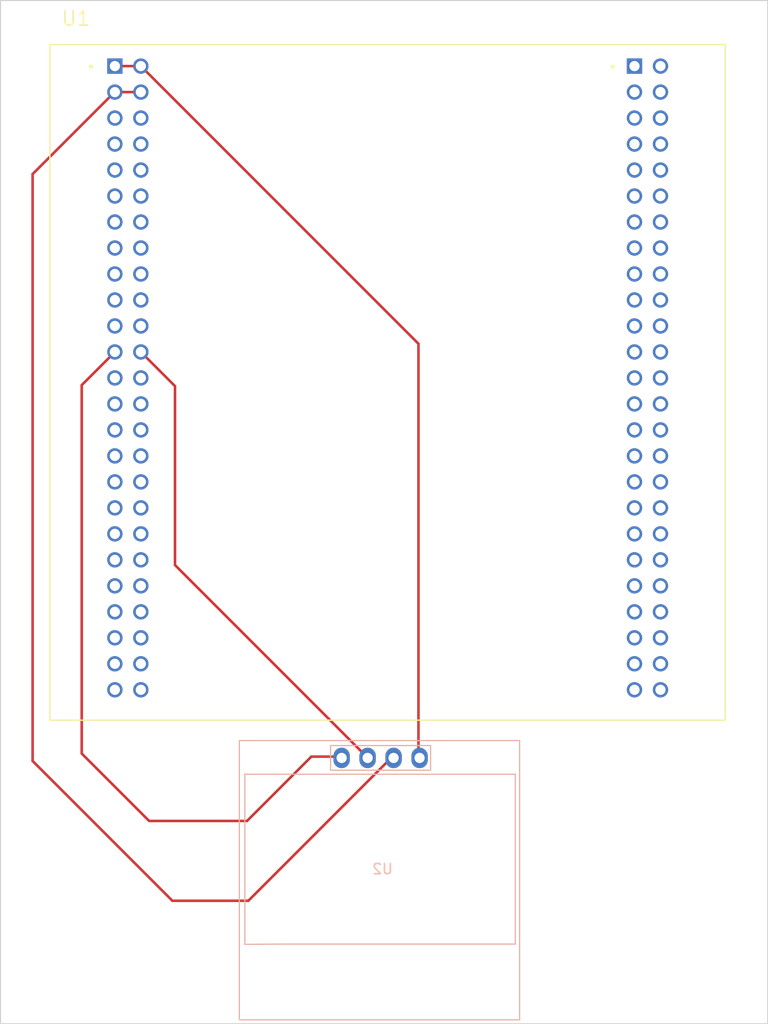
<source format=kicad_pcb>
(kicad_pcb (version 20221018) (generator pcbnew)
  (layers (0 "F.Cu" signal) (31 "B.Cu" signal) (34 "B.Paste" user) (35 "F.Paste" user) (36 "B.SilkS" user "B.Silkscreen") (37 "F.SilkS" user "F.Silkscreen") (38 "B.Mask" user) (39 "F.Mask" user) (44 "Edge.Cuts" user))
  (net 0 "")
  (net 1 "SCL")
  (net 2 "SDA")
  (net 3 "GND")
  (net 4 "+5V")
  (footprint "STM32F429I-DISC1:MODULE_STM32F429I-DISC1" (layer "F.Cu") (at 227.9 74.43)
    (fp_text reference "U1" (at -30.48 -30.48) (layer "F.SilkS") (effects (font (size 1.4 1.4))))
    (fp_text value "STM32F407VGTx")
    (fp_line (start -33.02 -27.94) (end -33.02 38.1) (stroke (width 0.127)) (layer "F.SilkS"))
    (fp_line (start -33.02 38.1) (end 32.98 38.1) (stroke (width 0.127)) (layer "F.SilkS"))
    (fp_line (start 33 -27.94) (end -33.02 -27.94) (stroke (width 0.127)) (layer "F.SilkS"))
    (fp_line (start 33 38.1) (end 33 -27.94) (stroke (width 0.127)) (layer "F.SilkS"))
    (fp_circle (center -29 -25.77) (end -28.9 -25.77) (stroke (width 0.2)) (fill none) (layer "F.SilkS"))
    (fp_circle (center 22 -25.77) (end 22.1 -25.77) (stroke (width 0.2)) (fill none) (layer "F.SilkS"))
    (pad "P1_1" thru_hole rect (at -26.67 -25.83) (size 1.5 1.5) (drill 1) (layers "*.Cu" "*.Mask") (net 4 "+5V"))
    (pad "P1_2" thru_hole circle (at -24.13 -25.83) (size 1.5 1.5) (drill 1) (layers "*.Cu" "*.Mask") (net 4 "+5V"))
    (pad "P1_3" thru_hole circle (at -26.67 -23.29) (size 1.5 1.5) (drill 1) (layers "*.Cu" "*.Mask") (net 3 "GND"))
    (pad "P1_4" thru_hole circle (at -24.13 -23.29) (size 1.5 1.5) (drill 1) (layers "*.Cu" "*.Mask") (net 3 "GND"))
    (pad "P1_5" thru_hole circle (at -26.67 -20.75) (size 1.5 1.5) (drill 1) (layers "*.Cu" "*.Mask"))
    (pad "P1_6" thru_hole circle (at -24.13 -20.75) (size 1.5 1.5) (drill 1) (layers "*.Cu" "*.Mask"))
    (pad "P1_7" thru_hole circle (at -26.67 -18.21) (size 1.5 1.5) (drill 1) (layers "*.Cu" "*.Mask"))
    (pad "P1_8" thru_hole circle (at -24.13 -18.21) (size 1.5 1.5) (drill 1) (layers "*.Cu" "*.Mask"))
    (pad "P1_9" thru_hole circle (at -26.67 -15.67) (size 1.5 1.5) (drill 1) (layers "*.Cu" "*.Mask"))
    (pad "P1_10" thru_hole circle (at -24.13 -15.67) (size 1.5 1.5) (drill 1) (layers "*.Cu" "*.Mask"))
    (pad "P1_11" thru_hole circle (at -26.67 -13.13) (size 1.5 1.5) (drill 1) (layers "*.Cu" "*.Mask"))
    (pad "P1_12" thru_hole circle (at -24.13 -13.13) (size 1.5 1.5) (drill 1) (layers "*.Cu" "*.Mask"))
    (pad "P1_13" thru_hole circle (at -26.67 -10.59) (size 1.5 1.5) (drill 1) (layers "*.Cu" "*.Mask"))
    (pad "P1_14" thru_hole circle (at -24.13 -10.59) (size 1.5 1.5) (drill 1) (layers "*.Cu" "*.Mask"))
    (pad "P1_15" thru_hole circle (at -26.67 -8.05) (size 1.5 1.5) (drill 1) (layers "*.Cu" "*.Mask"))
    (pad "P1_16" thru_hole circle (at -24.13 -8.05) (size 1.5 1.5) (drill 1) (layers "*.Cu" "*.Mask"))
    (pad "P1_17" thru_hole circle (at -26.67 -5.51) (size 1.5 1.5) (drill 1) (layers "*.Cu" "*.Mask"))
    (pad "P1_18" thru_hole circle (at -24.13 -5.51) (size 1.5 1.5) (drill 1) (layers "*.Cu" "*.Mask"))
    (pad "P1_19" thru_hole circle (at -26.67 -2.97) (size 1.5 1.5) (drill 1) (layers "*.Cu" "*.Mask"))
    (pad "P1_20" thru_hole circle (at -24.13 -2.97) (size 1.5 1.5) (drill 1) (layers "*.Cu" "*.Mask"))
    (pad "P1_21" thru_hole circle (at -24.13 -0.43) (size 1.5 1.5) (drill 1) (layers "*.Cu" "*.Mask"))
    (pad "P1_22" thru_hole circle (at -26.67 -0.43) (size 1.5 1.5) (drill 1) (layers "*.Cu" "*.Mask"))
    (pad "P1_23" thru_hole circle (at -24.13 2.11) (size 1.5 1.5) (drill 1) (layers "*.Cu" "*.Mask") (net 1 "SCL"))
    (pad "P1_24" thru_hole circle (at -26.67 2.11) (size 1.5 1.5) (drill 1) (layers "*.Cu" "*.Mask") (net 2 "SDA"))
    (pad "P1_25" thru_hole circle (at -26.67 4.65) (size 1.5 1.5) (drill 1) (layers "*.Cu" "*.Mask"))
    (pad "P1_26" thru_hole circle (at -24.13 4.65) (size 1.5 1.5) (drill 1) (layers "*.Cu" "*.Mask"))
    (pad "P1_27" thru_hole circle (at -26.67 7.19) (size 1.5 1.5) (drill 1) (layers "*.Cu" "*.Mask"))
    (pad "P1_28" thru_hole circle (at -24.13 7.19) (size 1.5 1.5) (drill 1) (layers "*.Cu" "*.Mask"))
    (pad "P1_29" thru_hole circle (at -26.67 9.73) (size 1.5 1.5) (drill 1) (layers "*.Cu" "*.Mask"))
    (pad "P1_30" thru_hole circle (at -24.13 9.73) (size 1.5 1.5) (drill 1) (layers "*.Cu" "*.Mask"))
    (pad "P1_31" thru_hole circle (at -26.67 12.27) (size 1.5 1.5) (drill 1) (layers "*.Cu" "*.Mask"))
    (pad "P1_32" thru_hole circle (at -24.13 12.27) (size 1.5 1.5) (drill 1) (layers "*.Cu" "*.Mask"))
    (pad "P1_33" thru_hole circle (at -26.67 14.81) (size 1.5 1.5) (drill 1) (layers "*.Cu" "*.Mask"))
    (pad "P1_34" thru_hole circle (at -24.13 14.81) (size 1.5 1.5) (drill 1) (layers "*.Cu" "*.Mask"))
    (pad "P1_35" thru_hole circle (at -26.67 17.35) (size 1.5 1.5) (drill 1) (layers "*.Cu" "*.Mask"))
    (pad "P1_36" thru_hole circle (at -24.13 17.35) (size 1.5 1.5) (drill 1) (layers "*.Cu" "*.Mask"))
    (pad "P1_37" thru_hole circle (at -26.67 19.89) (size 1.5 1.5) (drill 1) (layers "*.Cu" "*.Mask"))
    (pad "P1_38" thru_hole circle (at -24.13 19.89) (size 1.5 1.5) (drill 1) (layers "*.Cu" "*.Mask"))
    (pad "P1_39" thru_hole circle (at -26.67 22.43) (size 1.5 1.5) (drill 1) (layers "*.Cu" "*.Mask"))
    (pad "P1_40" thru_hole circle (at -24.13 22.43) (size 1.5 1.5) (drill 1) (layers "*.Cu" "*.Mask"))
    (pad "P1_41" thru_hole circle (at -26.67 24.97) (size 1.5 1.5) (drill 1) (layers "*.Cu" "*.Mask"))
    (pad "P1_42" thru_hole circle (at -24.13 24.97) (size 1.5 1.5) (drill 1) (layers "*.Cu" "*.Mask"))
    (pad "P1_43" thru_hole circle (at -26.67 27.51) (size 1.5 1.5) (drill 1) (layers "*.Cu" "*.Mask"))
    (pad "P1_44" thru_hole circle (at -24.13 27.51) (size 1.5 1.5) (drill 1) (layers "*.Cu" "*.Mask"))
    (pad "P1_45" thru_hole circle (at -26.67 30.05) (size 1.5 1.5) (drill 1) (layers "*.Cu" "*.Mask"))
    (pad "P1_46" thru_hole circle (at -24.13 30.05) (size 1.5 1.5) (drill 1) (layers "*.Cu" "*.Mask"))
    (pad "P1_47" thru_hole circle (at -26.67 32.59) (size 1.5 1.5) (drill 1) (layers "*.Cu" "*.Mask"))
    (pad "P1_48" thru_hole circle (at -24.13 32.59) (size 1.5 1.5) (drill 1) (layers "*.Cu" "*.Mask"))
    (pad "P1_49" thru_hole circle (at -26.67 35.13) (size 1.5 1.5) (drill 1) (layers "*.Cu" "*.Mask"))
    (pad "P1_50" thru_hole circle (at -24.13 35.13) (size 1.5 1.5) (drill 1) (layers "*.Cu" "*.Mask"))
    (pad "P2_1" thru_hole rect (at 24.13 -25.83) (size 1.5 1.5) (drill 1) (layers "*.Cu" "*.Mask"))
    (pad "P2_2" thru_hole circle (at 26.67 -25.83) (size 1.5 1.5) (drill 1) (layers "*.Cu" "*.Mask"))
    (pad "P2_3" thru_hole circle (at 24.13 -23.29) (size 1.5 1.5) (drill 1) (layers "*.Cu" "*.Mask"))
    (pad "P2_4" thru_hole circle (at 26.67 -23.29) (size 1.5 1.5) (drill 1) (layers "*.Cu" "*.Mask"))
    (pad "P2_5" thru_hole circle (at 24.13 -20.75) (size 1.5 1.5) (drill 1) (layers "*.Cu" "*.Mask"))
    (pad "P2_6" thru_hole circle (at 26.67 -20.75) (size 1.5 1.5) (drill 1) (layers "*.Cu" "*.Mask"))
    (pad "P2_7" thru_hole circle (at 24.13 -18.21) (size 1.5 1.5) (drill 1) (layers "*.Cu" "*.Mask"))
    (pad "P2_8" thru_hole circle (at 26.67 -18.21) (size 1.5 1.5) (drill 1) (layers "*.Cu" "*.Mask"))
    (pad "P2_9" thru_hole circle (at 24.13 -15.67) (size 1.5 1.5) (drill 1) (layers "*.Cu" "*.Mask"))
    (pad "P2_10" thru_hole circle (at 26.67 -15.67) (size 1.5 1.5) (drill 1) (layers "*.Cu" "*.Mask"))
    (pad "P2_11" thru_hole circle (at 24.13 -13.13) (size 1.5 1.5) (drill 1) (layers "*.Cu" "*.Mask"))
    (pad "P2_12" thru_hole circle (at 26.67 -13.13) (size 1.5 1.5) (drill 1) (layers "*.Cu" "*.Mask"))
    (pad "P2_13" thru_hole circle (at 24.13 -10.59) (size 1.5 1.5) (drill 1) (layers "*.Cu" "*.Mask"))
    (pad "P2_14" thru_hole circle (at 26.67 -10.59) (size 1.5 1.5) (drill 1) (layers "*.Cu" "*.Mask"))
    (pad "P2_15" thru_hole circle (at 24.13 -8.05) (size 1.5 1.5) (drill 1) (layers "*.Cu" "*.Mask"))
    (pad "P2_16" thru_hole circle (at 26.67 -8.05) (size 1.5 1.5) (drill 1) (layers "*.Cu" "*.Mask"))
    (pad "P2_17" thru_hole circle (at 24.13 -5.51) (size 1.5 1.5) (drill 1) (layers "*.Cu" "*.Mask"))
    (pad "P2_18" thru_hole circle (at 26.67 -5.51) (size 1.5 1.5) (drill 1) (layers "*.Cu" "*.Mask"))
    (pad "P2_19" thru_hole circle (at 24.13 -2.97) (size 1.5 1.5) (drill 1) (layers "*.Cu" "*.Mask"))
    (pad "P2_20" thru_hole circle (at 26.67 -2.97) (size 1.5 1.5) (drill 1) (layers "*.Cu" "*.Mask"))
    (pad "P2_21" thru_hole circle (at 24.13 -0.43) (size 1.5 1.5) (drill 1) (layers "*.Cu" "*.Mask"))
    (pad "P2_22" thru_hole circle (at 26.67 -0.43) (size 1.5 1.5) (drill 1) (layers "*.Cu" "*.Mask"))
    (pad "P2_23" thru_hole circle (at 24.13 2.11) (size 1.5 1.5) (drill 1) (layers "*.Cu" "*.Mask"))
    (pad "P2_24" thru_hole circle (at 26.67 2.11) (size 1.5 1.5) (drill 1) (layers "*.Cu" "*.Mask"))
    (pad "P2_25" thru_hole circle (at 24.13 4.65) (size 1.5 1.5) (drill 1) (layers "*.Cu" "*.Mask"))
    (pad "P2_26" thru_hole circle (at 26.67 4.65) (size 1.5 1.5) (drill 1) (layers "*.Cu" "*.Mask"))
    (pad "P2_27" thru_hole circle (at 24.13 7.19) (size 1.5 1.5) (drill 1) (layers "*.Cu" "*.Mask"))
    (pad "P2_28" thru_hole circle (at 26.67 7.19) (size 1.5 1.5) (drill 1) (layers "*.Cu" "*.Mask"))
    (pad "P2_29" thru_hole circle (at 24.13 9.73) (size 1.5 1.5) (drill 1) (layers "*.Cu" "*.Mask"))
    (pad "P2_30" thru_hole circle (at 26.67 9.73) (size 1.5 1.5) (drill 1) (layers "*.Cu" "*.Mask"))
    (pad "P2_31" thru_hole circle (at 24.13 12.27) (size 1.5 1.5) (drill 1) (layers "*.Cu" "*.Mask"))
    (pad "P2_32" thru_hole circle (at 26.67 12.27) (size 1.5 1.5) (drill 1) (layers "*.Cu" "*.Mask"))
    (pad "P2_33" thru_hole circle (at 24.13 14.81) (size 1.5 1.5) (drill 1) (layers "*.Cu" "*.Mask"))
    (pad "P2_34" thru_hole circle (at 26.67 14.81) (size 1.5 1.5) (drill 1) (layers "*.Cu" "*.Mask"))
    (pad "P2_35" thru_hole circle (at 24.13 17.35) (size 1.5 1.5) (drill 1) (layers "*.Cu" "*.Mask"))
    (pad "P2_36" thru_hole circle (at 26.67 17.35) (size 1.5 1.5) (drill 1) (layers "*.Cu" "*.Mask"))
    (pad "P2_37" thru_hole circle (at 24.13 19.89) (size 1.5 1.5) (drill 1) (layers "*.Cu" "*.Mask"))
    (pad "P2_38" thru_hole circle (at 26.67 19.89) (size 1.5 1.5) (drill 1) (layers "*.Cu" "*.Mask"))
    (pad "P2_39" thru_hole circle (at 24.13 22.43) (size 1.5 1.5) (drill 1) (layers "*.Cu" "*.Mask"))
    (pad "P2_40" thru_hole circle (at 26.67 22.43) (size 1.5 1.5) (drill 1) (layers "*.Cu" "*.Mask"))
    (pad "P2_41" thru_hole circle (at 24.13 24.97) (size 1.5 1.5) (drill 1) (layers "*.Cu" "*.Mask"))
    (pad "P2_42" thru_hole circle (at 26.67 24.97) (size 1.5 1.5) (drill 1) (layers "*.Cu" "*.Mask"))
    (pad "P2_43" thru_hole circle (at 24.13 27.51) (size 1.5 1.5) (drill 1) (layers "*.Cu" "*.Mask"))
    (pad "P2_44" thru_hole circle (at 26.67 27.51) (size 1.5 1.5) (drill 1) (layers "*.Cu" "*.Mask"))
    (pad "P2_45" thru_hole circle (at 24.13 30.05) (size 1.5 1.5) (drill 1) (layers "*.Cu" "*.Mask"))
    (pad "P2_46" thru_hole circle (at 26.67 30.05) (size 1.5 1.5) (drill 1) (layers "*.Cu" "*.Mask"))
    (pad "P2_47" thru_hole circle (at 24.13 32.59) (size 1.5 1.5) (drill 1) (layers "*.Cu" "*.Mask"))
    (pad "P2_48" thru_hole circle (at 26.67 32.59) (size 1.5 1.5) (drill 1) (layers "*.Cu" "*.Mask"))
    (pad "P2_49" thru_hole circle (at 24.13 35.13) (size 1.5 1.5) (drill 1) (layers "*.Cu" "*.Mask"))
    (pad "P2_50" thru_hole circle (at 26.67 35.13) (size 1.5 1.5) (drill 1) (layers "*.Cu" "*.Mask"))
  )
  (footprint "SSD1306:128x64OLED" (layer "B.Cu") (at 227.4 126.82 180)
    (fp_text reference "U2" (at 0 -0.254) (layer "B.SilkS") (effects (justify mirror)))
    (fp_text value "SSD1306")
    (fp_line (start -13.4 -15) (end -13.4 12.3) (stroke (width 0.12)) (layer "B.SilkS"))
    (fp_line (start -13.4 12.3) (end 14 12.3) (stroke (width 0.12)) (layer "B.SilkS"))
    (fp_line (start -12.978 -7.595) (end -12.978 9.005) (stroke (width 0.12)) (layer "B.SilkS"))
    (fp_line (start -12.978 9.005) (end 10.122 9.005) (stroke (width 0.12)) (layer "B.SilkS"))
    (fp_line (start -4.699 11.811) (end -4.699 9.398) (stroke (width 0.12)) (layer "B.SilkS"))
    (fp_line (start -4.699 11.811) (end 5.08 11.811) (stroke (width 0.12)) (layer "B.SilkS"))
    (fp_line (start 5.08 9.398) (end -4.699 9.398) (stroke (width 0.12)) (layer "B.SilkS"))
    (fp_line (start 5.08 11.811) (end 5.08 9.398) (stroke (width 0.12)) (layer "B.SilkS"))
    (fp_line (start 10.122 -7.595) (end -12.978 -7.595) (stroke (width 0.12)) (layer "B.SilkS"))
    (fp_line (start 10.122 -7.595) (end 13.462 -7.62) (stroke (width 0.12)) (layer "B.SilkS"))
    (fp_line (start 10.122 9.005) (end 13.208 9.005) (stroke (width 0.12)) (layer "B.SilkS"))
    (fp_line (start 13.462 -7.62) (end 13.462 9.017) (stroke (width 0.12)) (layer "B.SilkS"))
    (fp_line (start 13.462 9.017) (end 13.208 9.005) (stroke (width 0.12)) (layer "B.SilkS"))
    (fp_line (start 14 -15) (end -13.4 -15) (stroke (width 0.12)) (layer "B.SilkS"))
    (fp_line (start 14 12.3) (end 14 -15) (stroke (width 0.12)) (layer "B.SilkS"))
    (pad "1" thru_hole oval (at -3.62 10.6 90) (size 2 1.6) (drill 1) (layers "*.Cu" "*.Mask") (net 4 "+5V"))
    (pad "2" thru_hole oval (at -1.08 10.6 90) (size 2 1.6) (drill 1) (layers "*.Cu" "*.Mask") (net 3 "GND"))
    (pad "3" thru_hole oval (at 1.46 10.6 90) (size 2 1.6) (drill 1) (layers "*.Cu" "*.Mask") (net 1 "SCL"))
    (pad "4" thru_hole oval (at 4 10.6 90) (size 2 1.6) (drill 1) (layers "*.Cu" "*.Mask") (net 2 "SDA"))
  )
  (gr_rect (start 190.05 42.19) (end 265.05 142.19) (stroke (width 0.1)) (fill none) (layer "Edge.Cuts"))
  (segment (start 207.11 79.88) (end 203.77 76.54) (width 0.25) (layer "F.Cu") (net 1))
  (segment (start 207.11 97.37) (end 207.11 79.88) (width 0.25) (layer "F.Cu") (net 1))
  (segment (start 225.83 116.09) (end 207.11 97.37) (width 0.25) (layer "F.Cu") (net 1))
  (segment (start 197.99 79.78) (end 197.99 115.79) (width 0.25) (layer "F.Cu") (net 2))
  (segment (start 204.58 122.38) (end 214.15 122.38) (width 0.25) (layer "F.Cu") (net 2))
  (segment (start 220.44 116.09) (end 214.15 122.38) (width 0.25) (layer "F.Cu") (net 2))
  (segment (start 197.99 115.79) (end 204.58 122.38) (width 0.25) (layer "F.Cu") (net 2))
  (segment (start 223.29 116.09) (end 220.44 116.09) (width 0.25) (layer "F.Cu") (net 2))
  (segment (start 201.23 76.54) (end 197.99 79.78) (width 0.25) (layer "F.Cu") (net 2))
  (segment (start 206.85 130.18) (end 214.28 130.18) (width 0.25) (layer "F.Cu") (net 3))
  (segment (start 203.77 51.14) (end 201.2 51.14) (width 0.25) (layer "F.Cu") (net 3))
  (segment (start 201.2 51.14) (end 193.19 59.15) (width 0.25) (layer "F.Cu") (net 3))
  (segment (start 214.28 130.18) (end 228.37 116.09) (width 0.25) (layer "F.Cu") (net 3))
  (segment (start 193.19 116.52) (end 206.85 130.18) (width 0.25) (layer "F.Cu") (net 3))
  (segment (start 193.19 59.15) (end 193.19 116.52) (width 0.25) (layer "F.Cu") (net 3))
  (segment (start 230.91 75.74) (end 230.91 116.09) (width 0.25) (layer "F.Cu") (net 4))
  (segment (start 201.23 48.6) (end 203.77 48.6) (width 0.25) (layer "F.Cu") (net 4))
  (segment (start 203.77 48.6) (end 230.91 75.74) (width 0.25) (layer "F.Cu") (net 4))
)
</source>
